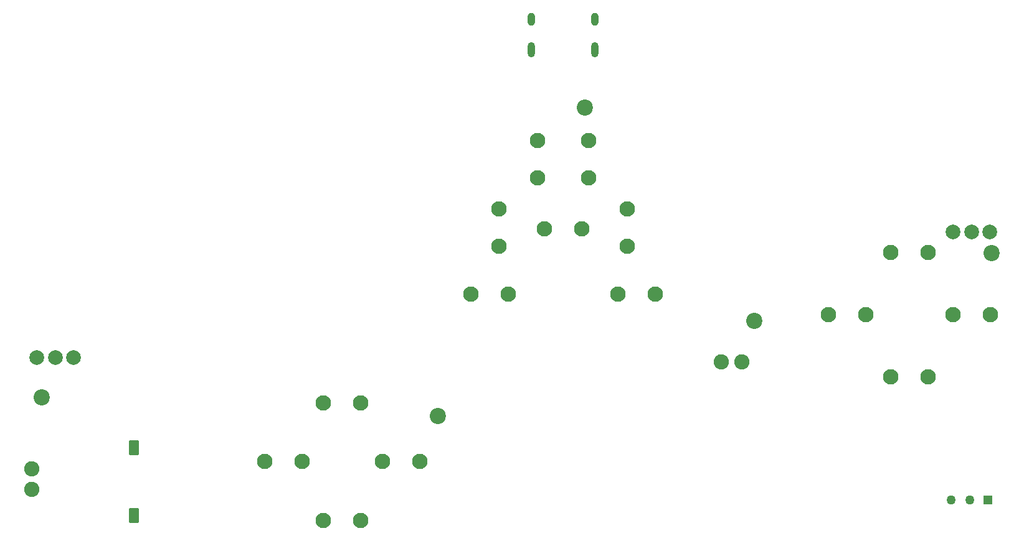
<source format=gbr>
%TF.GenerationSoftware,KiCad,Pcbnew,9.0.2*%
%TF.CreationDate,2025-07-08T14:50:53+02:00*%
%TF.ProjectId,FMControllerSeed,464d436f-6e74-4726-9f6c-6c6572536565,rev?*%
%TF.SameCoordinates,Original*%
%TF.FileFunction,Soldermask,Bot*%
%TF.FilePolarity,Negative*%
%FSLAX46Y46*%
G04 Gerber Fmt 4.6, Leading zero omitted, Abs format (unit mm)*
G04 Created by KiCad (PCBNEW 9.0.2) date 2025-07-08 14:50:53*
%MOMM*%
%LPD*%
G01*
G04 APERTURE LIST*
G04 Aperture macros list*
%AMRoundRect*
0 Rectangle with rounded corners*
0 $1 Rounding radius*
0 $2 $3 $4 $5 $6 $7 $8 $9 X,Y pos of 4 corners*
0 Add a 4 corners polygon primitive as box body*
4,1,4,$2,$3,$4,$5,$6,$7,$8,$9,$2,$3,0*
0 Add four circle primitives for the rounded corners*
1,1,$1+$1,$2,$3*
1,1,$1+$1,$4,$5*
1,1,$1+$1,$6,$7*
1,1,$1+$1,$8,$9*
0 Add four rect primitives between the rounded corners*
20,1,$1+$1,$2,$3,$4,$5,0*
20,1,$1+$1,$4,$5,$6,$7,0*
20,1,$1+$1,$6,$7,$8,$9,0*
20,1,$1+$1,$8,$9,$2,$3,0*%
G04 Aperture macros list end*
%ADD10C,2.100000*%
%ADD11R,1.270000X1.270000*%
%ADD12C,1.270000*%
%ADD13C,2.076200*%
%ADD14C,2.200000*%
%ADD15O,1.000000X2.100000*%
%ADD16O,1.000000X1.800000*%
%ADD17C,2.000000*%
%ADD18RoundRect,0.218750X0.481250X0.781250X-0.481250X0.781250X-0.481250X-0.781250X0.481250X-0.781250X0*%
G04 APERTURE END LIST*
D10*
%TO.C,StickL2*%
X144568248Y-74540000D03*
X144568248Y-69460000D03*
%TD*%
%TO.C,BumperL1*%
X139292937Y-83872751D03*
X139292937Y-78792751D03*
%TD*%
D11*
%TO.C,SW17*%
X205760000Y-118380000D03*
D12*
X203260000Y-118380000D03*
X200760000Y-118380000D03*
%TD*%
D13*
%TO.C,U3*%
X75830000Y-116980000D03*
X75830000Y-114180000D03*
%TD*%
%TO.C,U2*%
X169480000Y-99630000D03*
X172280000Y-99630000D03*
%TD*%
D10*
%TO.C,BumperR1*%
X156775311Y-83872751D03*
X156775311Y-78792751D03*
%TD*%
%TO.C,B1*%
X201012488Y-93182858D03*
X206092488Y-93182858D03*
%TD*%
D14*
%TO.C,REF\u002A\u002A*%
X77160000Y-104460000D03*
%TD*%
D10*
%TO.C,Home1*%
X145494224Y-81486626D03*
X150574224Y-81486626D03*
%TD*%
%TO.C,StickR2*%
X151500000Y-74540000D03*
X151500000Y-69460000D03*
%TD*%
%TO.C,Start1*%
X155493736Y-90382830D03*
X160573736Y-90382830D03*
%TD*%
%TO.C,LEFT1*%
X107459565Y-113182532D03*
X112539565Y-113182532D03*
%TD*%
%TO.C,A1*%
X192527472Y-101667529D03*
X197607472Y-101667529D03*
%TD*%
%TO.C,RIGHT1*%
X123459348Y-113182532D03*
X128539348Y-113182532D03*
%TD*%
%TO.C,Y1*%
X192527797Y-84697516D03*
X197607797Y-84697516D03*
%TD*%
D15*
%TO.C,J1*%
X152353509Y-57113509D03*
D16*
X152353509Y-52933509D03*
D15*
X143713509Y-57113509D03*
D16*
X143713509Y-52933509D03*
%TD*%
D10*
%TO.C,DOWN1*%
X115459348Y-121182532D03*
X120539348Y-121182532D03*
%TD*%
D14*
%TO.C,REF\u002A\u002A*%
X206290000Y-84810000D03*
%TD*%
%TO.C,REF\u002A\u002A*%
X174000000Y-94000000D03*
%TD*%
%TO.C,REF\u002A\u002A*%
X131000000Y-107000000D03*
%TD*%
D10*
%TO.C,Select1*%
X135494224Y-90382341D03*
X140574224Y-90382341D03*
%TD*%
D14*
%TO.C,REF\u002A\u002A*%
X151000000Y-65000000D03*
%TD*%
D10*
%TO.C,UP1*%
X115459022Y-105182858D03*
X120539022Y-105182858D03*
%TD*%
%TO.C,X1*%
X184041823Y-93182858D03*
X189121823Y-93182858D03*
%TD*%
D17*
%TO.C,TriggerL1*%
X81500000Y-99000000D03*
X79000000Y-99000000D03*
X76500000Y-99000000D03*
%TD*%
D18*
%TO.C,J2*%
X89668129Y-120500000D03*
%TD*%
%TO.C,J2*%
X89668129Y-111270000D03*
%TD*%
D17*
%TO.C,TriggerR1*%
X206017934Y-81930715D03*
X203517934Y-81930715D03*
X201017934Y-81930715D03*
%TD*%
M02*

</source>
